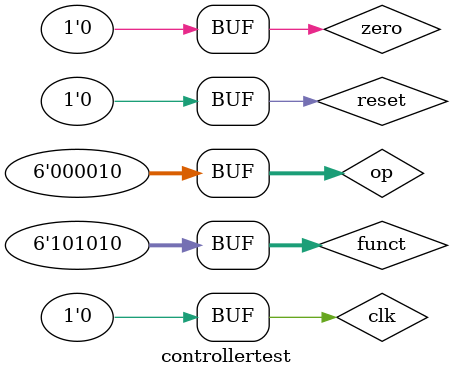
<source format=sv>
module controllertest();

logic clk, reset;
logic [5:0] op, funct;
logic zero;
logic pcen, memwrite, irwrite, regwrite;
logic alusrca, iord, memtoreg, regdst;
logic [1:0] alusrcb, pcsrc;
logic [2:0] alucontrol;
logic [3:0] state;/*ADDED*/

controller dut(clk, reset, op, funct, zero, pcen, memwrite,
		irwrite, regwrite, alusrca, iord, memtoreg,
		regdst, alusrcb, pcsrc, alucontrol, state/*ADDED*/);

always begin
	clk <= 1; #5;
	clk <= 0; #5;
end

initial begin
	//add
	reset = 1;zero = 0;op = 6'b000000; funct = 6'b100000;#10;
	reset = 0;#30;
	//sub
	funct = 6'b100010;#40;
	//and
	funct = 6'b100100;#40; 
	//or
	funct = 6'b100101;#40;
	//slt
	funct = 6'b101010;#40;
	//lw
	op = 6'b100011;#50;
	//sw
	op = 6'b101011;#40;
	//beq-taken
	op = 6'b000100; zero = 1;#30;
	//beq-nottaken
	op = 6'b000100; zero = 0;#30;
	//addi
	op = 6'b001000;#40;
	//j
	op = 6'b000010;#30;
end
endmodule

</source>
